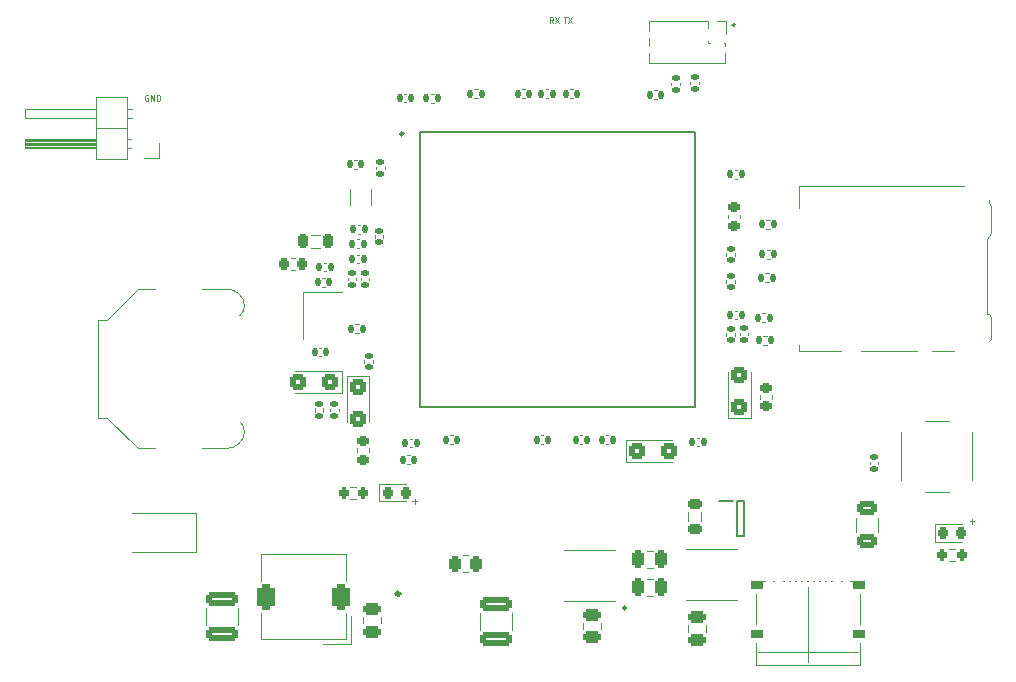
<source format=gbr>
%TF.GenerationSoftware,KiCad,Pcbnew,(5.99.0-3851-g809f4c2ffb)*%
%TF.CreationDate,2020-11-30T00:42:52+00:00*%
%TF.ProjectId,CM4,434d342e-6b69-4636-9164-5f7063625858,rev?*%
%TF.SameCoordinates,Original*%
%TF.FileFunction,Legend,Top*%
%TF.FilePolarity,Positive*%
%FSLAX46Y46*%
G04 Gerber Fmt 4.6, Leading zero omitted, Abs format (unit mm)*
G04 Created by KiCad (PCBNEW (5.99.0-3851-g809f4c2ffb)) date 2020-11-30 00:42:52*
%MOMM*%
%LPD*%
G01*
G04 APERTURE LIST*
G04 Aperture macros list*
%AMRoundRect*
0 Rectangle with rounded corners*
0 $1 Rounding radius*
0 $2 $3 $4 $5 $6 $7 $8 $9 X,Y pos of 4 corners*
0 Add a 4 corners polygon primitive as box body*
4,1,4,$2,$3,$4,$5,$6,$7,$8,$9,$2,$3,0*
0 Add four circle primitives for the rounded corners*
1,1,$1+$1,$2,$3,0*
1,1,$1+$1,$4,$5,0*
1,1,$1+$1,$6,$7,0*
1,1,$1+$1,$8,$9,0*
0 Add four rect primitives between the rounded corners*
20,1,$1+$1,$2,$3,$4,$5,0*
20,1,$1+$1,$4,$5,$6,$7,0*
20,1,$1+$1,$6,$7,$8,$9,0*
20,1,$1+$1,$8,$9,$2,$3,0*%
G04 Aperture macros list end*
%ADD10C,0.125000*%
%ADD11C,0.150000*%
%ADD12C,0.120000*%
%ADD13C,0.100000*%
%ADD14C,0.020000*%
%ADD15C,0.325000*%
%ADD16C,0.200000*%
%ADD17C,0.250000*%
%ADD18RoundRect,0.250000X-0.450000X-0.425000X0.450000X-0.425000X0.450000X0.425000X-0.450000X0.425000X0*%
%ADD19RoundRect,0.140000X0.170000X-0.140000X0.170000X0.140000X-0.170000X0.140000X-0.170000X-0.140000X0*%
%ADD20R,1.200000X0.700000*%
%ADD21R,0.800000X1.000000*%
%ADD22R,1.900000X1.300000*%
%ADD23R,2.800000X1.000000*%
%ADD24R,1.200000X1.000000*%
%ADD25R,1.000000X1.000000*%
%ADD26O,1.000000X1.000000*%
%ADD27R,2.500000X1.800000*%
%ADD28C,5.500000*%
%ADD29R,1.700000X1.700000*%
%ADD30O,1.700000X1.700000*%
%ADD31RoundRect,0.250000X-0.475000X0.250000X-0.475000X-0.250000X0.475000X-0.250000X0.475000X0.250000X0*%
%ADD32RoundRect,0.250000X-0.625000X0.375000X-0.625000X-0.375000X0.625000X-0.375000X0.625000X0.375000X0*%
%ADD33RoundRect,0.135000X-0.135000X-0.185000X0.135000X-0.185000X0.135000X0.185000X-0.135000X0.185000X0*%
%ADD34RoundRect,0.250000X0.425000X-0.450000X0.425000X0.450000X-0.425000X0.450000X-0.425000X-0.450000X0*%
%ADD35RoundRect,0.140000X-0.140000X-0.170000X0.140000X-0.170000X0.140000X0.170000X-0.140000X0.170000X0*%
%ADD36RoundRect,0.140000X0.140000X0.170000X-0.140000X0.170000X-0.140000X-0.170000X0.140000X-0.170000X0*%
%ADD37RoundRect,0.135000X0.135000X0.185000X-0.135000X0.185000X-0.135000X-0.185000X0.135000X-0.185000X0*%
%ADD38RoundRect,0.250000X1.100000X-0.325000X1.100000X0.325000X-1.100000X0.325000X-1.100000X-0.325000X0*%
%ADD39R,3.300000X3.500000*%
%ADD40C,10.200000*%
%ADD41RoundRect,0.218750X-0.218750X-0.256250X0.218750X-0.256250X0.218750X0.256250X-0.218750X0.256250X0*%
%ADD42RoundRect,0.250000X-0.262500X-0.450000X0.262500X-0.450000X0.262500X0.450000X-0.262500X0.450000X0*%
%ADD43RoundRect,0.140000X-0.170000X0.140000X-0.170000X-0.140000X0.170000X-0.140000X0.170000X0.140000X0*%
%ADD44RoundRect,0.250000X-0.425000X0.450000X-0.425000X-0.450000X0.425000X-0.450000X0.425000X0.450000X0*%
%ADD45RoundRect,0.218750X0.218750X0.381250X-0.218750X0.381250X-0.218750X-0.381250X0.218750X-0.381250X0*%
%ADD46RoundRect,0.250000X0.475000X-0.250000X0.475000X0.250000X-0.475000X0.250000X-0.475000X-0.250000X0*%
%ADD47C,0.670000*%
%ADD48R,0.300000X1.450000*%
%ADD49RoundRect,0.500000X0.000000X-0.300000X0.000000X-0.300000X0.000000X0.300000X0.000000X0.300000X0*%
%ADD50C,1.500000*%
%ADD51RoundRect,0.250000X0.250000X0.475000X-0.250000X0.475000X-0.250000X-0.475000X0.250000X-0.475000X0*%
%ADD52R,0.800000X0.350000*%
%ADD53R,0.350000X0.800000*%
%ADD54R,2.800000X2.800000*%
%ADD55RoundRect,0.375000X0.375000X0.725000X-0.375000X0.725000X-0.375000X-0.725000X0.375000X-0.725000X0*%
%ADD56R,0.980000X3.400000*%
%ADD57RoundRect,0.225000X0.250000X-0.225000X0.250000X0.225000X-0.250000X0.225000X-0.250000X-0.225000X0*%
%ADD58R,1.200000X1.400000*%
%ADD59RoundRect,0.218750X-0.256250X0.218750X-0.256250X-0.218750X0.256250X-0.218750X0.256250X0.218750X0*%
%ADD60R,1.800000X1.000000*%
%ADD61RoundRect,0.250000X0.450000X0.425000X-0.450000X0.425000X-0.450000X-0.425000X0.450000X-0.425000X0*%
%ADD62RoundRect,0.200000X0.200000X0.275000X-0.200000X0.275000X-0.200000X-0.275000X0.200000X-0.275000X0*%
%ADD63R,1.200000X0.600000*%
%ADD64R,1.450000X0.300000*%
%ADD65RoundRect,0.218750X-0.381250X0.218750X-0.381250X-0.218750X0.381250X-0.218750X0.381250X0.218750X0*%
%ADD66RoundRect,0.135000X-0.185000X0.135000X-0.185000X-0.135000X0.185000X-0.135000X0.185000X0.135000X0*%
%ADD67R,0.850000X0.250000*%
%ADD68R,1.310000X2.120000*%
%ADD69C,6.100000*%
%ADD70R,1.350000X4.200000*%
G04 APERTURE END LIST*
D10*
X149209523Y-125135714D02*
X149590476Y-125135714D01*
X149400000Y-125326190D02*
X149400000Y-124945238D01*
X102009523Y-123435714D02*
X102390476Y-123435714D01*
X102200000Y-123626190D02*
X102200000Y-123245238D01*
D11*
X129200000Y-83014285D02*
X129295238Y-83109523D01*
X129200000Y-83204761D01*
X129104761Y-83109523D01*
X129200000Y-83014285D01*
X129200000Y-83204761D01*
D10*
X79619047Y-89050000D02*
X79571428Y-89026190D01*
X79500000Y-89026190D01*
X79428571Y-89050000D01*
X79380952Y-89097619D01*
X79357142Y-89145238D01*
X79333333Y-89240476D01*
X79333333Y-89311904D01*
X79357142Y-89407142D01*
X79380952Y-89454761D01*
X79428571Y-89502380D01*
X79500000Y-89526190D01*
X79547619Y-89526190D01*
X79619047Y-89502380D01*
X79642857Y-89478571D01*
X79642857Y-89311904D01*
X79547619Y-89311904D01*
X79857142Y-89526190D02*
X79857142Y-89026190D01*
X80142857Y-89526190D01*
X80142857Y-89026190D01*
X80380952Y-89526190D02*
X80380952Y-89026190D01*
X80500000Y-89026190D01*
X80571428Y-89050000D01*
X80619047Y-89097619D01*
X80642857Y-89145238D01*
X80666666Y-89240476D01*
X80666666Y-89311904D01*
X80642857Y-89407142D01*
X80619047Y-89454761D01*
X80571428Y-89502380D01*
X80500000Y-89526190D01*
X80380952Y-89526190D01*
X114819047Y-82426190D02*
X115104761Y-82426190D01*
X114961904Y-82926190D02*
X114961904Y-82426190D01*
X115223809Y-82426190D02*
X115557142Y-82926190D01*
X115557142Y-82426190D02*
X115223809Y-82926190D01*
X113916666Y-82926190D02*
X113750000Y-82688095D01*
X113630952Y-82926190D02*
X113630952Y-82426190D01*
X113821428Y-82426190D01*
X113869047Y-82450000D01*
X113892857Y-82473809D01*
X113916666Y-82521428D01*
X113916666Y-82592857D01*
X113892857Y-82640476D01*
X113869047Y-82664285D01*
X113821428Y-82688095D01*
X113630952Y-82688095D01*
X114083333Y-82426190D02*
X114416666Y-82926190D01*
X114416666Y-82426190D02*
X114083333Y-82926190D01*
D11*
%TO.C,L3*%
D12*
%TO.C,C47*%
X120090000Y-120135000D02*
X124000000Y-120135000D01*
X120090000Y-118265000D02*
X120090000Y-120135000D01*
X124000000Y-118265000D02*
X120090000Y-118265000D01*
%TO.C,C39*%
X98840000Y-100892164D02*
X98840000Y-101107836D01*
X99560000Y-100892164D02*
X99560000Y-101107836D01*
%TO.C,J4*%
X134715000Y-98625000D02*
X134715000Y-96705000D01*
X150985000Y-109645000D02*
X150985000Y-107785000D01*
X134715000Y-96705000D02*
X148725000Y-96705000D01*
X150985000Y-98385000D02*
X150985000Y-100695000D01*
X150985000Y-107785000D02*
X150785000Y-107575000D01*
X134715000Y-110225000D02*
X134715000Y-110675000D01*
X150635000Y-107575000D02*
X150635000Y-101205000D01*
X150985000Y-109645000D02*
X150785000Y-109845000D01*
X146025000Y-110675000D02*
X147825000Y-110675000D01*
X150985000Y-100695000D02*
X150635000Y-101205000D01*
X140025000Y-110675000D02*
X144725000Y-110675000D01*
X150785000Y-98185000D02*
X150785000Y-97925000D01*
X134715000Y-110675000D02*
X138325000Y-110675000D01*
X150635000Y-107575000D02*
X150785000Y-107575000D01*
X150985000Y-98385000D02*
X150785000Y-98185000D01*
%TO.C,J3*%
X128363471Y-84660000D02*
X128495000Y-84660000D01*
X122025000Y-85477530D02*
X122025000Y-86300000D01*
X128495000Y-85477530D02*
X128495000Y-86300000D01*
X127040000Y-84463471D02*
X127040000Y-84606529D01*
X127040000Y-82770000D02*
X127040000Y-83336529D01*
X127093471Y-84660000D02*
X127236529Y-84660000D01*
X122025000Y-84207530D02*
X122025000Y-84862470D01*
X127800000Y-82770000D02*
X128560000Y-82770000D01*
X128560000Y-82770000D02*
X128560000Y-83900000D01*
X128495000Y-86300000D02*
X122025000Y-86300000D01*
X127040000Y-82770000D02*
X122025000Y-82770000D01*
X128495000Y-84660000D02*
X128495000Y-84862470D01*
X122025000Y-82770000D02*
X122025000Y-83592470D01*
%TO.C,D1*%
X83700000Y-127750000D02*
X83700000Y-124450000D01*
X83700000Y-124450000D02*
X78300000Y-124450000D01*
X83700000Y-127750000D02*
X78300000Y-127750000D01*
%TO.C,J6*%
X77860000Y-89230000D02*
X75200000Y-89230000D01*
X75200000Y-93060000D02*
X69200000Y-93060000D01*
X75200000Y-94430000D02*
X77860000Y-94430000D01*
X78257071Y-90180000D02*
X77860000Y-90180000D01*
X75200000Y-92820000D02*
X69200000Y-92820000D01*
X75200000Y-93180000D02*
X69200000Y-93180000D01*
X80570000Y-93100000D02*
X80570000Y-94370000D01*
X78190000Y-92720000D02*
X77860000Y-92720000D01*
X75200000Y-92940000D02*
X69200000Y-92940000D01*
X77860000Y-91830000D02*
X75200000Y-91830000D01*
X80570000Y-94370000D02*
X79300000Y-94370000D01*
X75200000Y-93420000D02*
X69200000Y-93420000D01*
X69200000Y-90940000D02*
X69200000Y-90180000D01*
X69200000Y-92720000D02*
X75200000Y-92720000D01*
X78190000Y-93480000D02*
X77860000Y-93480000D01*
X77860000Y-94430000D02*
X77860000Y-89230000D01*
X75200000Y-90940000D02*
X69200000Y-90940000D01*
X75200000Y-93300000D02*
X69200000Y-93300000D01*
X75200000Y-93480000D02*
X69200000Y-93480000D01*
X78257071Y-90940000D02*
X77860000Y-90940000D01*
X69200000Y-93480000D02*
X69200000Y-92720000D01*
X69200000Y-90180000D02*
X75200000Y-90180000D01*
X75200000Y-89230000D02*
X75200000Y-94430000D01*
%TO.C,C12*%
X99335000Y-133761252D02*
X99335000Y-133238748D01*
X97865000Y-133761252D02*
X97865000Y-133238748D01*
%TO.C,F1*%
X141410000Y-126002064D02*
X141410000Y-124797936D01*
X139590000Y-126002064D02*
X139590000Y-124797936D01*
%TO.C,R19*%
X103546359Y-88920000D02*
X103853641Y-88920000D01*
X103546359Y-89680000D02*
X103853641Y-89680000D01*
%TO.C,C25*%
X98335000Y-112790000D02*
X96465000Y-112790000D01*
X98335000Y-116700000D02*
X98335000Y-112790000D01*
X96465000Y-112790000D02*
X96465000Y-116700000D01*
%TO.C,C18*%
X126092164Y-118760000D02*
X126307836Y-118760000D01*
X126092164Y-118040000D02*
X126307836Y-118040000D01*
%TO.C,C44*%
X129507836Y-108010000D02*
X129292164Y-108010000D01*
X129507836Y-107290000D02*
X129292164Y-107290000D01*
%TO.C,R24*%
X132203641Y-104880000D02*
X131896359Y-104880000D01*
X132203641Y-104120000D02*
X131896359Y-104120000D01*
%TO.C,C11*%
X107690000Y-132888748D02*
X107690000Y-134311252D01*
X110410000Y-132888748D02*
X110410000Y-134311252D01*
%TO.C,BT1*%
X76150000Y-108050000D02*
X78750000Y-105450000D01*
X80200000Y-118950000D02*
X78750000Y-118950000D01*
X84200000Y-118950000D02*
X86300000Y-118950000D01*
X75350000Y-116350000D02*
X75350000Y-108050000D01*
X78750000Y-105450000D02*
X80200000Y-105450000D01*
X76150000Y-116350000D02*
X75350000Y-116350000D01*
X75350000Y-108050000D02*
X76150000Y-108050000D01*
X84200000Y-105450000D02*
X86300000Y-105450000D01*
X78750000Y-118950000D02*
X76150000Y-116350000D01*
X86250000Y-118950000D02*
G75*
G03*
X87800000Y-117500000I50000J1500000D01*
G01*
X87784160Y-106785385D02*
G75*
G02*
X87400000Y-107700000I-984160J-124615D01*
G01*
X87784160Y-117614615D02*
G75*
G03*
X87400000Y-116700000I-984160J124615D01*
G01*
X86250000Y-105450000D02*
G75*
G02*
X87800000Y-106900000I50000J-1500000D01*
G01*
%TO.C,D2*%
X101500000Y-121965000D02*
X99215000Y-121965000D01*
X99215000Y-123435000D02*
X101500000Y-123435000D01*
X99215000Y-121965000D02*
X99215000Y-123435000D01*
%TO.C,C34*%
X111292164Y-89260000D02*
X111507836Y-89260000D01*
X111292164Y-88540000D02*
X111507836Y-88540000D01*
%TO.C,C37*%
X122707836Y-88640000D02*
X122492164Y-88640000D01*
X122707836Y-89360000D02*
X122492164Y-89360000D01*
%TO.C,R17*%
X106272936Y-129435000D02*
X106727064Y-129435000D01*
X106272936Y-127965000D02*
X106727064Y-127965000D01*
%TO.C,C17*%
X128590000Y-104907836D02*
X128590000Y-104692164D01*
X129310000Y-104907836D02*
X129310000Y-104692164D01*
%TO.C,C13*%
X128765000Y-116360000D02*
X130635000Y-116360000D01*
X130635000Y-116360000D02*
X130635000Y-112450000D01*
X128765000Y-112450000D02*
X128765000Y-116360000D01*
%TO.C,C16*%
X102007836Y-118140000D02*
X101792164Y-118140000D01*
X102007836Y-118860000D02*
X101792164Y-118860000D01*
%TO.C,L4*%
X94199622Y-100840000D02*
X93400378Y-100840000D01*
X94199622Y-101960000D02*
X93400378Y-101960000D01*
%TO.C,C9*%
X125365000Y-133938748D02*
X125365000Y-134461252D01*
X126835000Y-133938748D02*
X126835000Y-134461252D01*
D13*
%TO.C,J2*%
X139900000Y-130200000D02*
X139900000Y-137300000D01*
X139900000Y-137300000D02*
X131100000Y-137300000D01*
X131100000Y-130200000D02*
X139900000Y-130200000D01*
X139700000Y-136200000D02*
X131300000Y-136200000D01*
D14*
X135500000Y-130680000D02*
X135500000Y-137000000D01*
D13*
X131100000Y-130200000D02*
X131100000Y-137300000D01*
%TO.C,S1*%
X149400000Y-121600000D02*
X149400000Y-117600000D01*
X147400000Y-116600000D02*
X145400000Y-116600000D01*
X143400000Y-121600000D02*
X143400000Y-117600000D01*
X147400000Y-122600000D02*
X145400000Y-122600000D01*
D12*
%TO.C,FB3*%
X91737221Y-103810000D02*
X92062779Y-103810000D01*
X91737221Y-102790000D02*
X92062779Y-102790000D01*
%TO.C,C15*%
X116407836Y-117840000D02*
X116192164Y-117840000D01*
X116407836Y-118560000D02*
X116192164Y-118560000D01*
%TO.C,R20*%
X97453641Y-109180000D02*
X97146359Y-109180000D01*
X97453641Y-108420000D02*
X97146359Y-108420000D01*
%TO.C,C52*%
X97607836Y-100040000D02*
X97392164Y-100040000D01*
X97607836Y-100760000D02*
X97392164Y-100760000D01*
%TO.C,C38*%
X126260000Y-88107836D02*
X126260000Y-87892164D01*
X125540000Y-88107836D02*
X125540000Y-87892164D01*
%TO.C,C8*%
X122361252Y-127615000D02*
X121838748Y-127615000D01*
X122361252Y-129085000D02*
X121838748Y-129085000D01*
D15*
%TO.C,IC5*%
X100962000Y-131250000D02*
G75*
G03*
X100962000Y-131250000I-162500J0D01*
G01*
D12*
%TO.C,R26*%
X132003641Y-110180000D02*
X131696359Y-110180000D01*
X132003641Y-109420000D02*
X131696359Y-109420000D01*
%TO.C,C6*%
X122361252Y-131435000D02*
X121838748Y-131435000D01*
X122361252Y-129965000D02*
X121838748Y-129965000D01*
%TO.C,L3*%
X96800000Y-135500000D02*
X94466667Y-135500000D01*
X89180000Y-135120000D02*
X89180000Y-132850000D01*
X96420000Y-130150000D02*
X96420000Y-127880000D01*
X96800000Y-133166667D02*
X96800000Y-135500000D01*
X96420000Y-135120000D02*
X96420000Y-132850000D01*
X96420000Y-127880000D02*
X89180000Y-127880000D01*
X89180000Y-130150000D02*
X89180000Y-127880000D01*
X96420000Y-135120000D02*
X89180000Y-135120000D01*
%TO.C,C35*%
X113507836Y-88540000D02*
X113292164Y-88540000D01*
X113507836Y-89260000D02*
X113292164Y-89260000D01*
%TO.C,R23*%
X132303641Y-102120000D02*
X131996359Y-102120000D01*
X132303641Y-102880000D02*
X131996359Y-102880000D01*
%TO.C,C10*%
X84540000Y-132488748D02*
X84540000Y-133911252D01*
X87260000Y-132488748D02*
X87260000Y-133911252D01*
%TO.C,D3*%
X146215000Y-125365000D02*
X146215000Y-126835000D01*
X146215000Y-126835000D02*
X148500000Y-126835000D01*
X148500000Y-125365000D02*
X146215000Y-125365000D01*
%TO.C,C31*%
X101507836Y-89660000D02*
X101292164Y-89660000D01*
X101507836Y-88940000D02*
X101292164Y-88940000D01*
%TO.C,R25*%
X131903641Y-108280000D02*
X131596359Y-108280000D01*
X131903641Y-107520000D02*
X131596359Y-107520000D01*
%TO.C,L2*%
X129454000Y-131754000D02*
X125146000Y-131754000D01*
X125146000Y-127446000D02*
X129454000Y-127446000D01*
%TO.C,C22*%
X113107836Y-118560000D02*
X112892164Y-118560000D01*
X113107836Y-117840000D02*
X112892164Y-117840000D01*
%TO.C,C21*%
X129310000Y-109407836D02*
X129310000Y-109192164D01*
X128590000Y-109407836D02*
X128590000Y-109192164D01*
%TO.C,C45*%
X132460000Y-114459420D02*
X132460000Y-114740580D01*
X131440000Y-114459420D02*
X131440000Y-114740580D01*
%TO.C,Y1*%
X96050000Y-105700000D02*
X92750000Y-105700000D01*
X92750000Y-105700000D02*
X92750000Y-109700000D01*
%TO.C,C29*%
X115392164Y-88540000D02*
X115607836Y-88540000D01*
X115392164Y-89260000D02*
X115607836Y-89260000D01*
%TO.C,C32*%
X96540000Y-104707836D02*
X96540000Y-104492164D01*
X97260000Y-104707836D02*
X97260000Y-104492164D01*
%TO.C,FB2*%
X97290000Y-119262779D02*
X97290000Y-118937221D01*
X98310000Y-119262779D02*
X98310000Y-118937221D01*
%TO.C,C20*%
X128590000Y-102442164D02*
X128590000Y-102657836D01*
X129310000Y-102442164D02*
X129310000Y-102657836D01*
%TO.C,C7*%
X116465000Y-133738748D02*
X116465000Y-134261252D01*
X117935000Y-133738748D02*
X117935000Y-134261252D01*
%TO.C,C26*%
X95040000Y-115807836D02*
X95040000Y-115592164D01*
X95760000Y-115807836D02*
X95760000Y-115592164D01*
%TO.C,R27*%
X107553641Y-89280000D02*
X107246359Y-89280000D01*
X107553641Y-88520000D02*
X107246359Y-88520000D01*
%TO.C,C19*%
X105407836Y-118560000D02*
X105192164Y-118560000D01*
X105407836Y-117840000D02*
X105192164Y-117840000D01*
%TO.C,C50*%
X140740000Y-120287836D02*
X140740000Y-120072164D01*
X141460000Y-120287836D02*
X141460000Y-120072164D01*
%TO.C,Y2*%
X98475000Y-97025000D02*
X98475000Y-98375000D01*
X96725000Y-97025000D02*
X96725000Y-98375000D01*
%TO.C,C51*%
X97307836Y-95260000D02*
X97092164Y-95260000D01*
X97307836Y-94540000D02*
X97092164Y-94540000D01*
%TO.C,C48*%
X94092164Y-110440000D02*
X94307836Y-110440000D01*
X94092164Y-111160000D02*
X94307836Y-111160000D01*
%TO.C,C23*%
X92100000Y-114235000D02*
X96010000Y-114235000D01*
X96010000Y-114235000D02*
X96010000Y-112365000D01*
X96010000Y-112365000D02*
X92100000Y-112365000D01*
%TO.C,R28*%
X147937258Y-128522500D02*
X147462742Y-128522500D01*
X147937258Y-127477500D02*
X147462742Y-127477500D01*
%TO.C,L1*%
X114846000Y-127546000D02*
X119154000Y-127546000D01*
X119154000Y-131854000D02*
X114846000Y-131854000D01*
D16*
%TO.C,Q1*%
X129500000Y-123425000D02*
X130100000Y-123425000D01*
X129500000Y-126375000D02*
X129500000Y-123425000D01*
X130100000Y-123425000D02*
X130100000Y-126375000D01*
X130100000Y-126375000D02*
X129500000Y-126375000D01*
X127950000Y-123400000D02*
X129150000Y-123400000D01*
D12*
%TO.C,C28*%
X101807836Y-120260000D02*
X101592164Y-120260000D01*
X101807836Y-119540000D02*
X101592164Y-119540000D01*
%TO.C,C40*%
X128690000Y-99159420D02*
X128690000Y-99440580D01*
X129710000Y-99159420D02*
X129710000Y-99440580D01*
%TO.C,C43*%
X97292164Y-101240000D02*
X97507836Y-101240000D01*
X97292164Y-101960000D02*
X97507836Y-101960000D01*
%TO.C,C27*%
X99660000Y-95307836D02*
X99660000Y-95092164D01*
X98940000Y-95307836D02*
X98940000Y-95092164D01*
%TO.C,C49*%
X94392164Y-104540000D02*
X94607836Y-104540000D01*
X94392164Y-105260000D02*
X94607836Y-105260000D01*
%TO.C,C46*%
X123940000Y-88207836D02*
X123940000Y-87992164D01*
X124660000Y-88207836D02*
X124660000Y-87992164D01*
%TO.C,C30*%
X98360000Y-104707836D02*
X98360000Y-104492164D01*
X97640000Y-104707836D02*
X97640000Y-104492164D01*
%TO.C,R22*%
X132253641Y-100330000D02*
X131946359Y-100330000D01*
X132253641Y-99570000D02*
X131946359Y-99570000D01*
%TO.C,C36*%
X129292164Y-95390000D02*
X129507836Y-95390000D01*
X129292164Y-96110000D02*
X129507836Y-96110000D01*
%TO.C,C33*%
X129740000Y-109357836D02*
X129740000Y-109142164D01*
X130460000Y-109357836D02*
X130460000Y-109142164D01*
%TO.C,C14*%
X118392164Y-117840000D02*
X118607836Y-117840000D01*
X118392164Y-118560000D02*
X118607836Y-118560000D01*
D16*
%TO.C,IC6*%
X102650000Y-92150000D02*
X125950000Y-92150000D01*
X102650000Y-115450000D02*
X102650000Y-92150000D01*
X125950000Y-115450000D02*
X102650000Y-115450000D01*
X125950000Y-92150000D02*
X125950000Y-115450000D01*
D17*
X101225000Y-92300000D02*
G75*
G03*
X101225000Y-92300000I-125000J0D01*
G01*
D12*
%TO.C,C42*%
X94492164Y-103240000D02*
X94707836Y-103240000D01*
X94492164Y-103960000D02*
X94707836Y-103960000D01*
%TO.C,FB1*%
X126460000Y-125099622D02*
X126460000Y-124300378D01*
X125340000Y-125099622D02*
X125340000Y-124300378D01*
%TO.C,C24*%
X97940000Y-111492164D02*
X97940000Y-111707836D01*
X98660000Y-111492164D02*
X98660000Y-111707836D01*
%TO.C,C41*%
X97292164Y-102540000D02*
X97507836Y-102540000D01*
X97292164Y-103260000D02*
X97507836Y-103260000D01*
%TO.C,R18*%
X93720000Y-115853641D02*
X93720000Y-115546359D01*
X94480000Y-115853641D02*
X94480000Y-115546359D01*
D17*
%TO.C,IC4*%
X120100000Y-132450000D02*
G75*
G03*
X120100000Y-132450000I-125000J0D01*
G01*
D12*
%TO.C,R21*%
X97237258Y-123222500D02*
X96762742Y-123222500D01*
X97237258Y-122177500D02*
X96762742Y-122177500D01*
%TD*%
%LPC*%
D18*
%TO.C,C47*%
X123750000Y-119200000D03*
X121050000Y-119200000D03*
%TD*%
D19*
%TO.C,C39*%
X99200000Y-101480000D03*
X99200000Y-100520000D03*
%TD*%
D20*
%TO.C,J4*%
X134875000Y-100925000D03*
X134875000Y-102025000D03*
X134875000Y-103125000D03*
X134875000Y-104225000D03*
X134875000Y-105325000D03*
X134875000Y-106425000D03*
X134875000Y-107525000D03*
X134875000Y-108625000D03*
X134875000Y-109575000D03*
D21*
X145375000Y-110525000D03*
D22*
X149975000Y-97025000D03*
D23*
X149525000Y-110525000D03*
D24*
X139175000Y-110525000D03*
X134875000Y-99375000D03*
%TD*%
D25*
%TO.C,J3*%
X127800000Y-83900000D03*
D26*
X127800000Y-85170000D03*
X126530000Y-83900000D03*
X126530000Y-85170000D03*
X125260000Y-83900000D03*
X125260000Y-85170000D03*
X123990000Y-83900000D03*
X123990000Y-85170000D03*
X122720000Y-83900000D03*
X122720000Y-85170000D03*
%TD*%
D27*
%TO.C,D1*%
X82300000Y-126100000D03*
X78300000Y-126100000D03*
%TD*%
D28*
%TO.C,H3*%
X146000000Y-85600000D03*
%TD*%
D29*
%TO.C,J6*%
X79300000Y-93100000D03*
D30*
X79300000Y-90560000D03*
%TD*%
D28*
%TO.C,H2*%
X78400000Y-85500000D03*
%TD*%
D31*
%TO.C,C12*%
X98600000Y-134450000D03*
X98600000Y-132550000D03*
%TD*%
D32*
%TO.C,F1*%
X140500000Y-126800000D03*
X140500000Y-124000000D03*
%TD*%
D33*
%TO.C,R19*%
X103190000Y-89300000D03*
X104210000Y-89300000D03*
%TD*%
D34*
%TO.C,C25*%
X97400000Y-113750000D03*
X97400000Y-116450000D03*
%TD*%
D35*
%TO.C,C18*%
X125720000Y-118400000D03*
X126680000Y-118400000D03*
%TD*%
D28*
%TO.C,H4*%
X146750000Y-132250000D03*
%TD*%
D36*
%TO.C,C44*%
X129880000Y-107650000D03*
X128920000Y-107650000D03*
%TD*%
D37*
%TO.C,R24*%
X132560000Y-104500000D03*
X131540000Y-104500000D03*
%TD*%
D38*
%TO.C,C11*%
X109050000Y-132125000D03*
X109050000Y-135075000D03*
%TD*%
D39*
%TO.C,BT1*%
X82200000Y-120100000D03*
X82200000Y-104300000D03*
D40*
X82200000Y-112200000D03*
%TD*%
D41*
%TO.C,D2*%
X99912500Y-122700000D03*
X101487500Y-122700000D03*
%TD*%
D35*
%TO.C,C34*%
X110920000Y-88900000D03*
X111880000Y-88900000D03*
%TD*%
D36*
%TO.C,C37*%
X123080000Y-89000000D03*
X122120000Y-89000000D03*
%TD*%
D42*
%TO.C,R17*%
X105587500Y-128700000D03*
X107412500Y-128700000D03*
%TD*%
D43*
%TO.C,C17*%
X128950000Y-105280000D03*
X128950000Y-104320000D03*
%TD*%
D44*
%TO.C,C13*%
X129700000Y-115400000D03*
X129700000Y-112700000D03*
%TD*%
D36*
%TO.C,C16*%
X102380000Y-118500000D03*
X101420000Y-118500000D03*
%TD*%
D45*
%TO.C,L4*%
X94862500Y-101400000D03*
X92737500Y-101400000D03*
%TD*%
D46*
%TO.C,C9*%
X126100000Y-133250000D03*
X126100000Y-135150000D03*
%TD*%
D47*
%TO.C,J2*%
X138400000Y-131050000D03*
X132600000Y-131050000D03*
D48*
X132100000Y-129600000D03*
X132900000Y-129600000D03*
X134250000Y-129600000D03*
X135250000Y-129600000D03*
X135750000Y-129600000D03*
X136750000Y-129600000D03*
X138100000Y-129600000D03*
X138900000Y-129600000D03*
X138600000Y-129600000D03*
X137800000Y-129600000D03*
X137250000Y-129600000D03*
X136250000Y-129600000D03*
X134750000Y-129600000D03*
X133750000Y-129600000D03*
X133200000Y-129600000D03*
X132400000Y-129600000D03*
D49*
X131180000Y-130520000D03*
X139820000Y-130520000D03*
X139820000Y-134700000D03*
X131180000Y-134700000D03*
%TD*%
D50*
%TO.C,S1*%
X148650000Y-122850000D03*
X148650000Y-116350000D03*
X144150000Y-116350000D03*
X144150000Y-122850000D03*
%TD*%
D41*
%TO.C,FB3*%
X91112500Y-103300000D03*
X92687500Y-103300000D03*
%TD*%
D36*
%TO.C,C15*%
X116780000Y-118200000D03*
X115820000Y-118200000D03*
%TD*%
D37*
%TO.C,R20*%
X97810000Y-108800000D03*
X96790000Y-108800000D03*
%TD*%
D36*
%TO.C,C52*%
X97980000Y-100400000D03*
X97020000Y-100400000D03*
%TD*%
D43*
%TO.C,C38*%
X125900000Y-88480000D03*
X125900000Y-87520000D03*
%TD*%
D51*
%TO.C,C8*%
X123050000Y-128350000D03*
X121150000Y-128350000D03*
%TD*%
D52*
%TO.C,IC5*%
X101200000Y-132225000D03*
X101200000Y-132875000D03*
X101200000Y-133525000D03*
X101200000Y-134175000D03*
D53*
X102225000Y-135200000D03*
X102875000Y-135200000D03*
X103525000Y-135200000D03*
X104175000Y-135200000D03*
D52*
X105200000Y-134175000D03*
X105200000Y-133525000D03*
X105200000Y-132875000D03*
X105200000Y-132225000D03*
D53*
X104175000Y-131200000D03*
X103525000Y-131200000D03*
X102875000Y-131200000D03*
X102225000Y-131200000D03*
D54*
X103200000Y-133200000D03*
%TD*%
D37*
%TO.C,R26*%
X132360000Y-109800000D03*
X131340000Y-109800000D03*
%TD*%
D51*
%TO.C,C6*%
X123050000Y-130700000D03*
X121150000Y-130700000D03*
%TD*%
D55*
%TO.C,L3*%
X95950000Y-131500000D03*
X89650000Y-131500000D03*
%TD*%
D36*
%TO.C,C35*%
X113880000Y-88900000D03*
X112920000Y-88900000D03*
%TD*%
D37*
%TO.C,R23*%
X132660000Y-102500000D03*
X131640000Y-102500000D03*
%TD*%
D28*
%TO.C,H1*%
X78600000Y-132000000D03*
%TD*%
D38*
%TO.C,C10*%
X85900000Y-131725000D03*
X85900000Y-134675000D03*
%TD*%
D41*
%TO.C,D3*%
X146912500Y-126100000D03*
X148487500Y-126100000D03*
%TD*%
D36*
%TO.C,C31*%
X101880000Y-89300000D03*
X100920000Y-89300000D03*
%TD*%
D37*
%TO.C,R25*%
X132260000Y-107900000D03*
X131240000Y-107900000D03*
%TD*%
D56*
%TO.C,L2*%
X126115000Y-129600000D03*
X128485000Y-129600000D03*
%TD*%
D36*
%TO.C,C22*%
X113480000Y-118200000D03*
X112520000Y-118200000D03*
%TD*%
D43*
%TO.C,C21*%
X128950000Y-109780000D03*
X128950000Y-108820000D03*
%TD*%
D57*
%TO.C,C45*%
X131950000Y-113825000D03*
X131950000Y-115375000D03*
%TD*%
D58*
%TO.C,Y1*%
X93550000Y-106600000D03*
X93550000Y-108800000D03*
X95250000Y-108800000D03*
X95250000Y-106600000D03*
%TD*%
D35*
%TO.C,C29*%
X115020000Y-88900000D03*
X115980000Y-88900000D03*
%TD*%
D43*
%TO.C,C32*%
X96900000Y-105080000D03*
X96900000Y-104120000D03*
%TD*%
D59*
%TO.C,FB2*%
X97800000Y-119887500D03*
X97800000Y-118312500D03*
%TD*%
D19*
%TO.C,C20*%
X128950000Y-102070000D03*
X128950000Y-103030000D03*
%TD*%
D46*
%TO.C,C7*%
X117200000Y-133050000D03*
X117200000Y-134950000D03*
%TD*%
D43*
%TO.C,C26*%
X95400000Y-116180000D03*
X95400000Y-115220000D03*
%TD*%
D37*
%TO.C,R27*%
X107910000Y-88900000D03*
X106890000Y-88900000D03*
%TD*%
D36*
%TO.C,C19*%
X105780000Y-118200000D03*
X104820000Y-118200000D03*
%TD*%
D43*
%TO.C,C50*%
X141100000Y-120660000D03*
X141100000Y-119700000D03*
%TD*%
D60*
%TO.C,Y2*%
X97600000Y-98950000D03*
X97600000Y-96450000D03*
%TD*%
D36*
%TO.C,C51*%
X97680000Y-94900000D03*
X96720000Y-94900000D03*
%TD*%
D35*
%TO.C,C48*%
X93720000Y-110800000D03*
X94680000Y-110800000D03*
%TD*%
D61*
%TO.C,C23*%
X95050000Y-113300000D03*
X92350000Y-113300000D03*
%TD*%
D62*
%TO.C,R28*%
X148525000Y-128000000D03*
X146875000Y-128000000D03*
%TD*%
D56*
%TO.C,L1*%
X118185000Y-129700000D03*
X115815000Y-129700000D03*
%TD*%
D63*
%TO.C,Q1*%
X128550000Y-123950000D03*
X128550000Y-125850000D03*
X131050000Y-124900000D03*
%TD*%
D36*
%TO.C,C28*%
X102180000Y-119900000D03*
X101220000Y-119900000D03*
%TD*%
D57*
%TO.C,C40*%
X129200000Y-98525000D03*
X129200000Y-100075000D03*
%TD*%
D35*
%TO.C,C43*%
X96920000Y-101600000D03*
X97880000Y-101600000D03*
%TD*%
D43*
%TO.C,C27*%
X99300000Y-95680000D03*
X99300000Y-94720000D03*
%TD*%
D35*
%TO.C,C49*%
X94020000Y-104900000D03*
X94980000Y-104900000D03*
%TD*%
D43*
%TO.C,C46*%
X124300000Y-88580000D03*
X124300000Y-87620000D03*
%TD*%
%TO.C,C30*%
X98000000Y-105080000D03*
X98000000Y-104120000D03*
%TD*%
D37*
%TO.C,R22*%
X132610000Y-99950000D03*
X131590000Y-99950000D03*
%TD*%
D35*
%TO.C,C36*%
X128920000Y-95750000D03*
X129880000Y-95750000D03*
%TD*%
D43*
%TO.C,C33*%
X130100000Y-109730000D03*
X130100000Y-108770000D03*
%TD*%
D35*
%TO.C,C14*%
X118020000Y-118200000D03*
X118980000Y-118200000D03*
%TD*%
D64*
%TO.C,IC6*%
X101575000Y-93050000D03*
X101575000Y-93550000D03*
X101575000Y-94050000D03*
X101575000Y-94550000D03*
X101575000Y-95050000D03*
X101575000Y-95550000D03*
X101575000Y-96050000D03*
X101575000Y-96550000D03*
X101575000Y-97050000D03*
X101575000Y-97550000D03*
X101575000Y-98050000D03*
X101575000Y-98550000D03*
X101575000Y-99050000D03*
X101575000Y-99550000D03*
X101575000Y-100050000D03*
X101575000Y-100550000D03*
X101575000Y-101050000D03*
X101575000Y-101550000D03*
X101575000Y-102050000D03*
X101575000Y-102550000D03*
X101575000Y-103050000D03*
X101575000Y-103550000D03*
X101575000Y-104050000D03*
X101575000Y-104550000D03*
X101575000Y-105050000D03*
X101575000Y-105550000D03*
X101575000Y-106050000D03*
X101575000Y-106550000D03*
X101575000Y-107050000D03*
X101575000Y-107550000D03*
X101575000Y-108050000D03*
X101575000Y-108550000D03*
X101575000Y-109050000D03*
X101575000Y-109550000D03*
X101575000Y-110050000D03*
X101575000Y-110550000D03*
X101575000Y-111050000D03*
X101575000Y-111550000D03*
X101575000Y-112050000D03*
X101575000Y-112550000D03*
X101575000Y-113050000D03*
X101575000Y-113550000D03*
X101575000Y-114050000D03*
X101575000Y-114550000D03*
D48*
X103550000Y-116525000D03*
X104050000Y-116525000D03*
X104550000Y-116525000D03*
X105050000Y-116525000D03*
X105550000Y-116525000D03*
X106050000Y-116525000D03*
X106550000Y-116525000D03*
X107050000Y-116525000D03*
X107550000Y-116525000D03*
X108050000Y-116525000D03*
X108550000Y-116525000D03*
X109050000Y-116525000D03*
X109550000Y-116525000D03*
X110050000Y-116525000D03*
X110550000Y-116525000D03*
X111050000Y-116525000D03*
X111550000Y-116525000D03*
X112050000Y-116525000D03*
X112550000Y-116525000D03*
X113050000Y-116525000D03*
X113550000Y-116525000D03*
X114050000Y-116525000D03*
X114550000Y-116525000D03*
X115050000Y-116525000D03*
X115550000Y-116525000D03*
X116050000Y-116525000D03*
X116550000Y-116525000D03*
X117050000Y-116525000D03*
X117550000Y-116525000D03*
X118050000Y-116525000D03*
X118550000Y-116525000D03*
X119050000Y-116525000D03*
X119550000Y-116525000D03*
X120050000Y-116525000D03*
X120550000Y-116525000D03*
X121050000Y-116525000D03*
X121550000Y-116525000D03*
X122050000Y-116525000D03*
X122550000Y-116525000D03*
X123050000Y-116525000D03*
X123550000Y-116525000D03*
X124050000Y-116525000D03*
X124550000Y-116525000D03*
X125050000Y-116525000D03*
D64*
X127025000Y-114550000D03*
X127025000Y-114050000D03*
X127025000Y-113550000D03*
X127025000Y-113050000D03*
X127025000Y-112550000D03*
X127025000Y-112050000D03*
X127025000Y-111550000D03*
X127025000Y-111050000D03*
X127025000Y-110550000D03*
X127025000Y-110050000D03*
X127025000Y-109550000D03*
X127025000Y-109050000D03*
X127025000Y-108550000D03*
X127025000Y-108050000D03*
X127025000Y-107550000D03*
X127025000Y-107050000D03*
X127025000Y-106550000D03*
X127025000Y-106050000D03*
X127025000Y-105550000D03*
X127025000Y-105050000D03*
X127025000Y-104550000D03*
X127025000Y-104050000D03*
X127025000Y-103550000D03*
X127025000Y-103050000D03*
X127025000Y-102550000D03*
X127025000Y-102050000D03*
X127025000Y-101550000D03*
X127025000Y-101050000D03*
X127025000Y-100550000D03*
X127025000Y-100050000D03*
X127025000Y-99550000D03*
X127025000Y-99050000D03*
X127025000Y-98550000D03*
X127025000Y-98050000D03*
X127025000Y-97550000D03*
X127025000Y-97050000D03*
X127025000Y-96550000D03*
X127025000Y-96050000D03*
X127025000Y-95550000D03*
X127025000Y-95050000D03*
X127025000Y-94550000D03*
X127025000Y-94050000D03*
X127025000Y-93550000D03*
X127025000Y-93050000D03*
D48*
X125050000Y-91075000D03*
X124550000Y-91075000D03*
X124050000Y-91075000D03*
X123550000Y-91075000D03*
X123050000Y-91075000D03*
X122550000Y-91075000D03*
X122050000Y-91075000D03*
X121550000Y-91075000D03*
X121050000Y-91075000D03*
X120550000Y-91075000D03*
X120050000Y-91075000D03*
X119550000Y-91075000D03*
X119050000Y-91075000D03*
X118550000Y-91075000D03*
X118050000Y-91075000D03*
X117550000Y-91075000D03*
X117050000Y-91075000D03*
X116550000Y-91075000D03*
X116050000Y-91075000D03*
X115550000Y-91075000D03*
X115050000Y-91075000D03*
X114550000Y-91075000D03*
X114050000Y-91075000D03*
X113550000Y-91075000D03*
X113050000Y-91075000D03*
X112550000Y-91075000D03*
X112050000Y-91075000D03*
X111550000Y-91075000D03*
X111050000Y-91075000D03*
X110550000Y-91075000D03*
X110050000Y-91075000D03*
X109550000Y-91075000D03*
X109050000Y-91075000D03*
X108550000Y-91075000D03*
X108050000Y-91075000D03*
X107550000Y-91075000D03*
X107050000Y-91075000D03*
X106550000Y-91075000D03*
X106050000Y-91075000D03*
X105550000Y-91075000D03*
X105050000Y-91075000D03*
X104550000Y-91075000D03*
X104050000Y-91075000D03*
X103550000Y-91075000D03*
%TD*%
D35*
%TO.C,C42*%
X94120000Y-103600000D03*
X95080000Y-103600000D03*
%TD*%
D65*
%TO.C,FB1*%
X125900000Y-125762500D03*
X125900000Y-123637500D03*
%TD*%
D19*
%TO.C,C24*%
X98300000Y-111120000D03*
X98300000Y-112080000D03*
%TD*%
D35*
%TO.C,C41*%
X96920000Y-102900000D03*
X97880000Y-102900000D03*
%TD*%
D66*
%TO.C,R18*%
X94100000Y-116210000D03*
X94100000Y-115190000D03*
%TD*%
D67*
%TO.C,IC4*%
X120400000Y-133075000D03*
X120400000Y-133525000D03*
X120400000Y-133975000D03*
X120400000Y-134425000D03*
X120400000Y-134875000D03*
X120400000Y-135325000D03*
X123300000Y-135325000D03*
X123300000Y-134875000D03*
X123300000Y-134425000D03*
X123300000Y-133975000D03*
X123300000Y-133525000D03*
X123300000Y-133075000D03*
D68*
X121850000Y-134200000D03*
%TD*%
D62*
%TO.C,R21*%
X97825000Y-122700000D03*
X96175000Y-122700000D03*
%TD*%
D69*
%TO.C,Module1*%
X87700000Y-123400000D03*
X87700000Y-90400000D03*
X135700000Y-90400000D03*
X135700000Y-123400000D03*
%TD*%
D70*
%TO.C,J1*%
X89775000Y-84700000D03*
X95425000Y-84700000D03*
%TD*%
M02*

</source>
